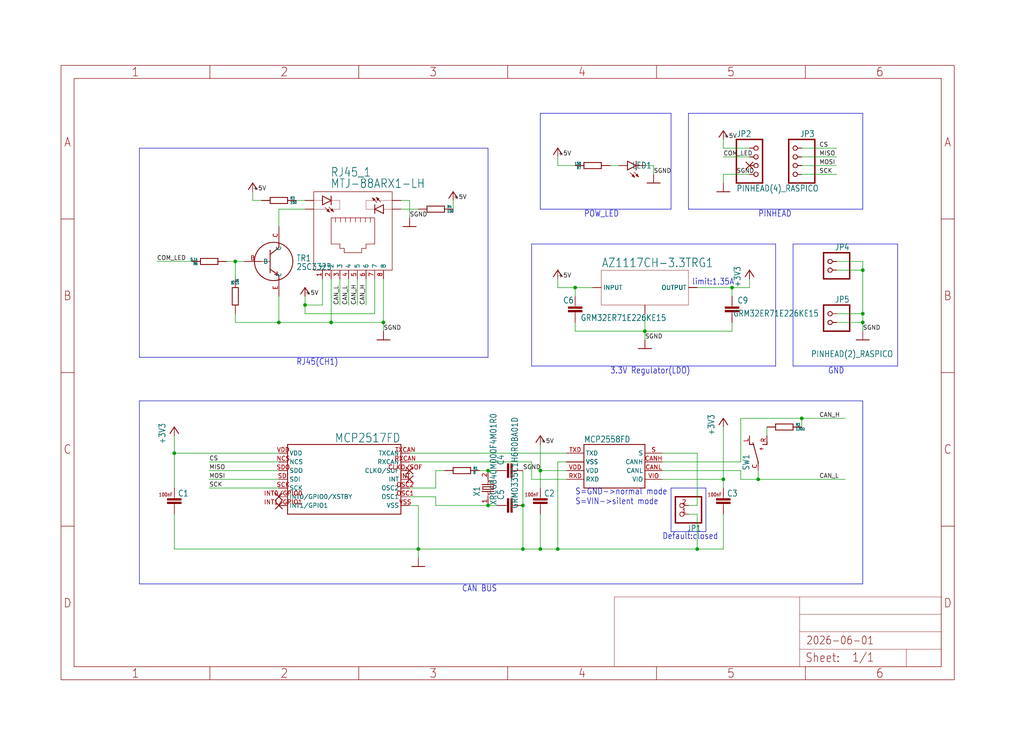
<source format=kicad_sch>
(kicad_sch (version 20230121) (generator eeschema)
  (paper "User" 298.45 217.17)
  (lib_symbols
    (symbol "CANFD_module-eagle-import:+3V3" (power)
      (property "Value" "+3V3" (at -2.54 -5.08 90))
      (symbol "+3V3_1_0"
        (polyline (pts (xy 0 0) (xy -1.27 -1.905)) (stroke (width 0.254)))
        (polyline (pts (xy 1.27 -1.905) (xy 0 0)) (stroke (width 0.254)))
        (pin power_in line (at 0 -2.54 90) (length 2.54) (name "+3V3") (number "1"))
      )
    )
    (symbol "CANFD_module-eagle-import:+5V" (power)
      (property "Value" "+5V" (at -2.54 -5.08 90))
      (symbol "+5V_1_0"
        (polyline (pts (xy 0 0) (xy -1.27 -1.905)) (stroke (width 0.254)))
        (polyline (pts (xy 1.27 -1.905) (xy 0 0)) (stroke (width 0.254)))
        (pin power_in line (at 0 -2.54 90) (length 2.54) (name "+5V") (number "1"))
      )
    )
    (symbol "CANFD_module-eagle-import:2SC3325"
      (property "Reference" "TR" (at 7.62 0 0))
      (symbol "2SC3325_1_0"
        (polyline (pts (xy -2.54 0) (xy 0 0)) (stroke (width 0.1524)))
        (polyline (pts (xy 0 -2.286) (xy 0 -3.302)) (stroke (width 0.254)))
        (polyline (pts (xy 0 -2.286) (xy 2.54 -4.064)) (stroke (width 0.254)))
        (polyline (pts (xy 0 2.032) (xy 0 -2.286)) (stroke (width 0.254)))
        (polyline (pts (xy 0 2.032) (xy 2.54 4.064)) (stroke (width 0.254)))
        (polyline (pts (xy 0 3.302) (xy 0 2.032)) (stroke (width 0.254)))
        (polyline (pts (xy 2.032 -3.81) (xy 1.27 -3.81)) (stroke (width 0.254)))
        (polyline (pts (xy 2.032 -3.81) (xy 2.032 -3.048)) (stroke (width 0.254)))
        (polyline (pts (xy 2.54 -4.064) (xy 2.54 -5.334)) (stroke (width 0.254)))
        (polyline (pts (xy 2.54 4.064) (xy 2.54 5.334)) (stroke (width 0.254)))
        (circle (center 1.016 0) (radius 5.588) (stroke (width 0.254)))
        (pin bidirectional line (at -7.62 0 0) (length 5.08) (name "B") (number "B"))
        (pin bidirectional line (at 2.54 10.16 270) (length 5.08) (name "C") (number "C"))
        (pin bidirectional line (at 2.54 -10.16 90) (length 5.08) (name "E") (number "E"))
      )
    )
    (symbol "CANFD_module-eagle-import:A4L-LOC"
      (symbol "A4L-LOC_1_0"
        (polyline (pts (xy 0 44.7675) (xy 3.81 44.7675)))
        (polyline (pts (xy 0 89.535) (xy 3.81 89.535)))
        (polyline (pts (xy 0 134.3025) (xy 3.81 134.3025)))
        (polyline (pts (xy 3.81 3.81) (xy 3.81 175.26)))
        (polyline (pts (xy 43.3917 0) (xy 43.3917 3.81)))
        (polyline (pts (xy 43.3917 175.26) (xy 43.3917 179.07)))
        (polyline (pts (xy 86.7833 0) (xy 86.7833 3.81)))
        (polyline (pts (xy 86.7833 175.26) (xy 86.7833 179.07)))
        (polyline (pts (xy 130.175 0) (xy 130.175 3.81)))
        (polyline (pts (xy 130.175 175.26) (xy 130.175 179.07)))
        (polyline (pts (xy 161.29 3.81) (xy 161.29 24.13)) (stroke (width 0.1016)))
        (polyline (pts (xy 161.29 24.13) (xy 215.265 24.13)) (stroke (width 0.1016)))
        (polyline (pts (xy 173.5667 0) (xy 173.5667 3.81)))
        (polyline (pts (xy 173.5667 175.26) (xy 173.5667 179.07)))
        (polyline (pts (xy 215.265 8.89) (xy 215.265 3.81)) (stroke (width 0.1016)))
        (polyline (pts (xy 215.265 8.89) (xy 215.265 13.97)) (stroke (width 0.1016)))
        (polyline (pts (xy 215.265 13.97) (xy 215.265 19.05)) (stroke (width 0.1016)))
        (polyline (pts (xy 215.265 13.97) (xy 256.54 13.97)) (stroke (width 0.1016)))
        (polyline (pts (xy 215.265 19.05) (xy 215.265 24.13)) (stroke (width 0.1016)))
        (polyline (pts (xy 215.265 19.05) (xy 256.54 19.05)) (stroke (width 0.1016)))
        (polyline (pts (xy 215.265 24.13) (xy 256.54 24.13)) (stroke (width 0.1016)))
        (polyline (pts (xy 216.9583 0) (xy 216.9583 3.81)))
        (polyline (pts (xy 216.9583 175.26) (xy 216.9583 179.07)))
        (polyline (pts (xy 246.38 3.81) (xy 246.38 8.89)) (stroke (width 0.1016)))
        (polyline (pts (xy 246.38 8.89) (xy 215.265 8.89)) (stroke (width 0.1016)))
        (polyline (pts (xy 246.38 8.89) (xy 256.54 8.89)) (stroke (width 0.1016)))
        (polyline (pts (xy 256.54 3.81) (xy 3.81 3.81)))
        (polyline (pts (xy 256.54 3.81) (xy 256.54 8.89)) (stroke (width 0.1016)))
        (polyline (pts (xy 256.54 3.81) (xy 256.54 175.26)))
        (polyline (pts (xy 256.54 8.89) (xy 256.54 13.97)) (stroke (width 0.1016)))
        (polyline (pts (xy 256.54 13.97) (xy 256.54 19.05)) (stroke (width 0.1016)))
        (polyline (pts (xy 256.54 19.05) (xy 256.54 24.13)) (stroke (width 0.1016)))
        (polyline (pts (xy 256.54 44.7675) (xy 260.35 44.7675)))
        (polyline (pts (xy 256.54 89.535) (xy 260.35 89.535)))
        (polyline (pts (xy 256.54 134.3025) (xy 260.35 134.3025)))
        (polyline (pts (xy 256.54 175.26) (xy 3.81 175.26)))
        (polyline (pts (xy 0 0) (xy 260.35 0) (xy 260.35 179.07) (xy 0 179.07) (xy 0 0)))
        (text "${#}/${##}" (at 230.505 5.08 0) (effects (font (size 2.54 2.159)) (justify left bottom)))
        (text "${CURRENT_DATE}" (at 217.17 10.16 0) (effects (font (size 2.286 1.9431)) (justify left bottom)))
        (text "${PROJECTNAME}" (at 217.17 15.24 0) (effects (font (size 2.54 2.159)) (justify left bottom)))
        (text "1" (at 21.6958 1.905 0) (effects (font (size 2.54 2.286))))
        (text "1" (at 21.6958 177.165 0) (effects (font (size 2.54 2.286))))
        (text "2" (at 65.0875 1.905 0) (effects (font (size 2.54 2.286))))
        (text "2" (at 65.0875 177.165 0) (effects (font (size 2.54 2.286))))
        (text "3" (at 108.4792 1.905 0) (effects (font (size 2.54 2.286))))
        (text "3" (at 108.4792 177.165 0) (effects (font (size 2.54 2.286))))
        (text "4" (at 151.8708 1.905 0) (effects (font (size 2.54 2.286))))
        (text "4" (at 151.8708 177.165 0) (effects (font (size 2.54 2.286))))
        (text "5" (at 195.2625 1.905 0) (effects (font (size 2.54 2.286))))
        (text "5" (at 195.2625 177.165 0) (effects (font (size 2.54 2.286))))
        (text "6" (at 238.6542 1.905 0) (effects (font (size 2.54 2.286))))
        (text "6" (at 238.6542 177.165 0) (effects (font (size 2.54 2.286))))
        (text "A" (at 1.905 156.6863 0) (effects (font (size 2.54 2.286))))
        (text "A" (at 258.445 156.6863 0) (effects (font (size 2.54 2.286))))
        (text "B" (at 1.905 111.9188 0) (effects (font (size 2.54 2.286))))
        (text "B" (at 258.445 111.9188 0) (effects (font (size 2.54 2.286))))
        (text "C" (at 1.905 67.1513 0) (effects (font (size 2.54 2.286))))
        (text "C" (at 258.445 67.1513 0) (effects (font (size 2.54 2.286))))
        (text "D" (at 1.905 22.3838 0) (effects (font (size 2.54 2.286))))
        (text "D" (at 258.445 22.3838 0) (effects (font (size 2.54 2.286))))
        (text "Sheet:" (at 216.916 4.953 0) (effects (font (size 2.54 2.159)) (justify left bottom)))
      )
    )
    (symbol "CANFD_module-eagle-import:AZ1117CH-3.3TRG1"
      (symbol "AZ1117CH-3.3TRG1_1_0"
        (polyline (pts (xy 0 0) (xy 25.4 0)) (stroke (width 0.1)))
        (polyline (pts (xy 0 10.16) (xy 0 0)) (stroke (width 0.1)))
        (polyline (pts (xy 25.4 0) (xy 25.4 10.16)) (stroke (width 0.1)))
        (polyline (pts (xy 25.4 10.16) (xy 0 10.16)) (stroke (width 0.1)))
        (pin bidirectional line (at 12.7 -2.54 90) (length 2.54) (name "GND") (number "GND"))
        (pin bidirectional line (at -2.54 5.08 0) (length 2.54) (name "INPUT") (number "INPUT"))
        (pin bidirectional line (at 27.94 5.08 180) (length 2.54) (name "OUTPUT") (number "OUTPUT"))
        (pin bidirectional line (at 27.94 5.08 180) (length 2.54) (name "OUTPUT") (number "VOUT"))
      )
    )
    (symbol "CANFD_module-eagle-import:CR0603"
      (property "Reference" "R" (at 3.302 0.254 0))
      (symbol "CR0603_1_0"
        (polyline (pts (xy -5.08 0) (xy -2.54 0)) (stroke (width 0.1524)))
        (polyline (pts (xy -2.54 -0.889) (xy -2.54 0)) (stroke (width 0.254)))
        (polyline (pts (xy -2.54 -0.889) (xy 2.54 -0.889)) (stroke (width 0.254)))
        (polyline (pts (xy -2.54 0) (xy -2.54 0.889)) (stroke (width 0.254)))
        (polyline (pts (xy 2.54 -0.889) (xy 2.54 0)) (stroke (width 0.254)))
        (polyline (pts (xy 2.54 0) (xy 2.54 0.889)) (stroke (width 0.254)))
        (polyline (pts (xy 2.54 0) (xy 5.08 0)) (stroke (width 0.1524)))
        (polyline (pts (xy 2.54 0.889) (xy -2.54 0.889)) (stroke (width 0.254)))
        (pin bidirectional line (at -5.08 0 0) (length 2.54) (name "LEFT") (number "LEFT"))
        (pin bidirectional line (at 5.08 0 180) (length 2.54) (name "RIGHT") (number "RIGHT"))
      )
    )
    (symbol "CANFD_module-eagle-import:GCM188L81H104KA57"
      (property "Reference" "C" (at 1.016 0 0))
      (symbol "GCM188L81H104KA57_1_0"
        (rectangle (start -2.032 -2.032) (end 2.032 -1.524) (fill (type outline)))
        (rectangle (start -2.032 -1.016) (end 2.032 -0.508) (fill (type outline)))
        (polyline (pts (xy 0 -5.08) (xy 0 -2.032)) (stroke (width 0.1524)))
        (polyline (pts (xy 0 -0.508) (xy 0 2.54)) (stroke (width 0.1524)))
        (text "100nF" (at -4.572 0 0) (effects (font (size 1.016 0.8636)) (justify left bottom)))
        (pin bidirectional line (at 0 2.54 270) (length 2.54) (name "P$1") (number "P$1"))
        (pin bidirectional line (at 0 -5.08 90) (length 2.54) (name "P$2") (number "P$2"))
      )
    )
    (symbol "CANFD_module-eagle-import:GND" (power)
      (property "Value" "GND" (at -2.54 -2.54 0))
      (symbol "GND_1_0"
        (polyline (pts (xy -1.905 0) (xy 1.905 0)) (stroke (width 0.254)))
        (pin power_in line (at 0 2.54 270) (length 2.54) (name "GND") (number "1"))
      )
    )
    (symbol "CANFD_module-eagle-import:GRM0335C1H6R0BA01D"
      (property "Reference" "C" (at 1.524 0.381 0))
      (symbol "GRM0335C1H6R0BA01D_1_0"
        (rectangle (start -2.032 -2.032) (end 2.032 -1.524) (fill (type outline)))
        (rectangle (start -2.032 -1.016) (end 2.032 -0.508) (fill (type outline)))
        (polyline (pts (xy 0 -2.54) (xy 0 -2.032)) (stroke (width 0.1524)))
        (polyline (pts (xy 0 0) (xy 0 -0.508)) (stroke (width 0.1524)))
        (pin passive line (at 0 2.54 270) (length 2.54) (name "1") (number "1"))
        (pin passive line (at 0 -5.08 90) (length 2.54) (name "2") (number "2"))
      )
    )
    (symbol "CANFD_module-eagle-import:GRM32ER71E226KE15"
      (property "Reference" "C" (at 1.524 0.381 0))
      (symbol "GRM32ER71E226KE15_1_0"
        (rectangle (start -2.032 -2.032) (end 2.032 -1.524) (fill (type outline)))
        (rectangle (start -2.032 -1.016) (end 2.032 -0.508) (fill (type outline)))
        (polyline (pts (xy 0 -2.54) (xy 0 -2.032)) (stroke (width 0.1524)))
        (polyline (pts (xy 0 0) (xy 0 -0.508)) (stroke (width 0.1524)))
        (pin passive line (at 0 2.54 270) (length 2.54) (name "1") (number "L"))
        (pin passive line (at 0 -5.08 90) (length 2.54) (name "2") (number "R"))
      )
    )
    (symbol "CANFD_module-eagle-import:MCP2517FD"
      (symbol "MCP2517FD_1_0"
        (polyline (pts (xy 0 0) (xy 0 20.32)) (stroke (width 0.254)))
        (polyline (pts (xy 0 20.32) (xy 33.02 20.32)) (stroke (width 0.254)))
        (polyline (pts (xy 33.02 0) (xy 0 0)) (stroke (width 0.254)))
        (polyline (pts (xy 33.02 20.32) (xy 33.02 0)) (stroke (width 0.254)))
        (pin bidirectional line (at -2.54 12.7 0) (length 2.54) (name "CLKO/SOF") (number "CLKO/SOF"))
        (pin bidirectional line (at -2.54 10.16 0) (length 2.54) (name "INT") (number "INT"))
        (pin bidirectional line (at 35.56 5.08 180) (length 2.54) (name "INT0/GPIO0/XSTBY") (number "INT0/GPIO0"))
        (pin bidirectional line (at 35.56 2.54 180) (length 2.54) (name "INT1/GPIO1") (number "INT1/GPIO1"))
        (pin bidirectional line (at 35.56 15.24 180) (length 2.54) (name "NCS") (number "NCS"))
        (pin bidirectional line (at -2.54 5.08 0) (length 2.54) (name "OSC1") (number "OSC1"))
        (pin bidirectional line (at -2.54 7.62 0) (length 2.54) (name "OSC2") (number "OSC2"))
        (pin bidirectional line (at -2.54 15.24 0) (length 2.54) (name "RXCAN") (number "RXCAN"))
        (pin bidirectional line (at 35.56 7.62 180) (length 2.54) (name "SCK") (number "SCK"))
        (pin bidirectional line (at 35.56 10.16 180) (length 2.54) (name "SDI") (number "SDI"))
        (pin bidirectional line (at 35.56 12.7 180) (length 2.54) (name "SDO") (number "SDO"))
        (pin bidirectional line (at -2.54 17.78 0) (length 2.54) (name "TXCAN") (number "TXCAN"))
        (pin bidirectional line (at 35.56 17.78 180) (length 2.54) (name "VDD") (number "VDD"))
        (pin bidirectional line (at -2.54 2.54 0) (length 2.54) (name "VSS") (number "VSS"))
      )
    )
    (symbol "CANFD_module-eagle-import:MCP2558FD"
      (symbol "MCP2558FD_1_0"
        (polyline (pts (xy 0 0) (xy 17.78 0)) (stroke (width 0.254)))
        (polyline (pts (xy 0 12.7) (xy 0 0)) (stroke (width 0.254)))
        (polyline (pts (xy 17.78 0) (xy 17.78 12.7)) (stroke (width 0.254)))
        (polyline (pts (xy 17.78 12.7) (xy 0 12.7)) (stroke (width 0.254)))
        (pin bidirectional line (at 22.86 7.62 180) (length 5.08) (name "CANH") (number "CANH"))
        (pin bidirectional line (at 22.86 5.08 180) (length 5.08) (name "CANL") (number "CANL"))
        (pin bidirectional line (at -5.08 7.62 0) (length 5.08) (name "VSS") (number "EP"))
        (pin bidirectional line (at -5.08 2.54 0) (length 5.08) (name "RXD") (number "RXD"))
        (pin bidirectional line (at 22.86 10.16 180) (length 5.08) (name "S") (number "S"))
        (pin bidirectional line (at -5.08 10.16 0) (length 5.08) (name "TXD") (number "TXD"))
        (pin bidirectional line (at -5.08 5.08 0) (length 5.08) (name "VDD") (number "VDD"))
        (pin bidirectional line (at 22.86 2.54 180) (length 5.08) (name "VIO") (number "VIO"))
        (pin bidirectional line (at -5.08 7.62 0) (length 5.08) (name "VSS") (number "VSS"))
      )
    )
    (symbol "CANFD_module-eagle-import:MTJ-88ARX1-LH"
      (property "Reference" "RJ45_" (at 4.826 27.178 0))
      (symbol "MTJ-88ARX1-LH_1_0"
        (polyline (pts (xy 0 0) (xy 22.86 0)) (stroke (width 0.1524)))
        (polyline (pts (xy 0 17.78) (xy 0 0)) (stroke (width 0.1524)))
        (polyline (pts (xy 0 17.78) (xy 7.62 17.78)) (stroke (width 0.0762)))
        (polyline (pts (xy 0 20.32) (xy 0 17.78)) (stroke (width 0.1524)))
        (polyline (pts (xy 0 20.32) (xy 2.54 20.32)) (stroke (width 0.0762)))
        (polyline (pts (xy 0 22.86) (xy 0 20.32)) (stroke (width 0.1524)))
        (polyline (pts (xy 2.54 20.32) (xy 2.54 19.05)) (stroke (width 0.254)))
        (polyline (pts (xy 2.54 21.59) (xy 2.54 20.32)) (stroke (width 0.254)))
        (polyline (pts (xy 2.54 21.59) (xy 5.08 20.32)) (stroke (width 0.254)))
        (polyline (pts (xy 3.302 18.288) (xy 4.699 16.891)) (stroke (width 0.1524)))
        (polyline (pts (xy 4.445 18.415) (xy 5.842 17.018)) (stroke (width 0.1524)))
        (polyline (pts (xy 5.08 7.62) (xy 7.62 7.62)) (stroke (width 0.1524)))
        (polyline (pts (xy 5.08 15.24) (xy 5.08 7.62)) (stroke (width 0.1524)))
        (polyline (pts (xy 5.08 20.32) (xy 2.54 19.05)) (stroke (width 0.254)))
        (polyline (pts (xy 5.08 20.32) (xy 5.08 19.05)) (stroke (width 0.254)))
        (polyline (pts (xy 5.08 21.59) (xy 5.08 20.32)) (stroke (width 0.254)))
        (polyline (pts (xy 6.35 15.24) (xy 5.08 15.24)) (stroke (width 0.1524)))
        (polyline (pts (xy 6.35 15.24) (xy 6.35 13.97)) (stroke (width 0.1524)))
        (polyline (pts (xy 7.62 6.35) (xy 8.89 6.35)) (stroke (width 0.1524)))
        (polyline (pts (xy 7.62 7.62) (xy 7.62 6.35)) (stroke (width 0.1524)))
        (polyline (pts (xy 7.62 17.78) (xy 7.62 20.32)) (stroke (width 0.0762)))
        (polyline (pts (xy 7.62 20.32) (xy 5.08 20.32)) (stroke (width 0.0762)))
        (polyline (pts (xy 7.8014 15.24) (xy 6.35 15.24)) (stroke (width 0.1524)))
        (polyline (pts (xy 7.8014 15.24) (xy 7.8014 13.97)) (stroke (width 0.1524)))
        (polyline (pts (xy 8.89 5.08) (xy 13.97 5.08)) (stroke (width 0.1524)))
        (polyline (pts (xy 8.89 6.35) (xy 8.89 5.08)) (stroke (width 0.1524)))
        (polyline (pts (xy 9.2528 15.24) (xy 7.8014 15.24)) (stroke (width 0.1524)))
        (polyline (pts (xy 9.2528 15.24) (xy 9.2528 13.97)) (stroke (width 0.1524)))
        (polyline (pts (xy 10.7042 15.24) (xy 9.2528 15.24)) (stroke (width 0.1524)))
        (polyline (pts (xy 10.7042 15.24) (xy 10.7042 13.97)) (stroke (width 0.1524)))
        (polyline (pts (xy 12.1557 15.24) (xy 10.7042 15.24)) (stroke (width 0.1524)))
        (polyline (pts (xy 12.1557 15.24) (xy 12.1557 13.97)) (stroke (width 0.1524)))
        (polyline (pts (xy 13.6071 15.24) (xy 12.1557 15.24)) (stroke (width 0.1524)))
        (polyline (pts (xy 13.6071 15.24) (xy 13.6071 13.97)) (stroke (width 0.1524)))
        (polyline (pts (xy 13.97 5.08) (xy 13.97 6.35)) (stroke (width 0.1524)))
        (polyline (pts (xy 13.97 6.35) (xy 15.24 6.35)) (stroke (width 0.1524)))
        (polyline (pts (xy 15.0585 15.24) (xy 13.6071 15.24)) (stroke (width 0.1524)))
        (polyline (pts (xy 15.0585 15.24) (xy 15.0585 13.97)) (stroke (width 0.1524)))
        (polyline (pts (xy 15.24 6.35) (xy 15.24 7.62)) (stroke (width 0.1524)))
        (polyline (pts (xy 15.24 7.62) (xy 17.78 7.62)) (stroke (width 0.1524)))
        (polyline (pts (xy 15.24 17.78) (xy 15.24 20.32)) (stroke (width 0.0762)))
        (polyline (pts (xy 15.24 20.32) (xy 22.86 20.32)) (stroke (width 0.0762)))
        (polyline (pts (xy 16.51 15.24) (xy 15.0585 15.24)) (stroke (width 0.1524)))
        (polyline (pts (xy 16.51 15.24) (xy 16.51 13.97)) (stroke (width 0.1524)))
        (polyline (pts (xy 17.78 7.62) (xy 17.78 15.24)) (stroke (width 0.1524)))
        (polyline (pts (xy 17.78 15.24) (xy 16.51 15.24)) (stroke (width 0.1524)))
        (polyline (pts (xy 17.78 16.51) (xy 17.78 17.78)) (stroke (width 0.254)))
        (polyline (pts (xy 17.78 17.78) (xy 15.24 17.78)) (stroke (width 0.0762)))
        (polyline (pts (xy 17.78 17.78) (xy 17.78 19.05)) (stroke (width 0.254)))
        (polyline (pts (xy 17.78 17.78) (xy 20.32 19.05)) (stroke (width 0.254)))
        (polyline (pts (xy 18.415 19.685) (xy 17.018 21.082)) (stroke (width 0.1524)))
        (polyline (pts (xy 19.558 19.812) (xy 18.161 21.209)) (stroke (width 0.1524)))
        (polyline (pts (xy 20.32 16.51) (xy 17.78 17.78)) (stroke (width 0.254)))
        (polyline (pts (xy 20.32 16.51) (xy 20.32 17.78)) (stroke (width 0.254)))
        (polyline (pts (xy 20.32 17.78) (xy 20.32 19.05)) (stroke (width 0.254)))
        (polyline (pts (xy 22.86 0) (xy 22.86 17.78)) (stroke (width 0.1524)))
        (polyline (pts (xy 22.86 17.78) (xy 20.32 17.78)) (stroke (width 0.0762)))
        (polyline (pts (xy 22.86 17.78) (xy 22.86 20.32)) (stroke (width 0.1524)))
        (polyline (pts (xy 22.86 20.32) (xy 22.86 22.86)) (stroke (width 0.1524)))
        (polyline (pts (xy 22.86 22.86) (xy 0 22.86)) (stroke (width 0.1524)))
        (polyline (pts (xy 4.699 16.891) (xy 3.81 17.272) (xy 4.318 17.78)) (stroke (width 0.1524)) (fill (type outline)))
        (polyline (pts (xy 5.842 17.018) (xy 4.953 17.399) (xy 5.461 17.907)) (stroke (width 0.1524)) (fill (type outline)))
        (polyline (pts (xy 17.018 21.082) (xy 17.907 20.701) (xy 17.399 20.193)) (stroke (width 0.1524)) (fill (type outline)))
        (polyline (pts (xy 18.161 21.209) (xy 19.05 20.828) (xy 18.542 20.32)) (stroke (width 0.1524)) (fill (type outline)))
        (pin bidirectional line (at 2.54 -2.54 90) (length 2.54) (name "1") (number "1"))
        (pin bidirectional line (at 5.08 -2.54 90) (length 2.54) (name "2") (number "2"))
        (pin bidirectional line (at 7.62 -2.54 90) (length 2.54) (name "3") (number "3"))
        (pin bidirectional line (at 10.16 -2.54 90) (length 2.54) (name "4") (number "4"))
        (pin bidirectional line (at 12.7 -2.54 90) (length 2.54) (name "5") (number "5"))
        (pin bidirectional line (at 15.24 -2.54 90) (length 2.54) (name "6") (number "6"))
        (pin bidirectional line (at 17.78 -2.54 90) (length 2.54) (name "7") (number "7"))
        (pin bidirectional line (at 20.32 -2.54 90) (length 2.54) (name "8") (number "8"))
        (pin bidirectional line (at -2.54 20.32 0) (length 2.54) (name "LED1_A") (number "LED1_A"))
        (pin bidirectional line (at -2.54 17.78 0) (length 2.54) (name "LED1_K") (number "LED1_K"))
        (pin bidirectional line (at 25.4 17.78 180) (length 2.54) (name "LED2_A") (number "LED2_A"))
        (pin bidirectional line (at 25.4 20.32 180) (length 2.54) (name "LED2_K") (number "LED2_K"))
      )
    )
    (symbol "CANFD_module-eagle-import:NC"
      (symbol "NC_1_0"
        (polyline (pts (xy -1.016 -1.016) (xy 1.016 1.016)) (stroke (width 0.254)))
        (polyline (pts (xy -1.016 1.016) (xy 1.016 -1.016)) (stroke (width 0.254)))
      )
    )
    (symbol "CANFD_module-eagle-import:PINHD-1X2"
      (property "Reference" "JP" (at -6.35 5.715 0))
      (symbol "PINHD-1X2_1_0"
        (polyline (pts (xy -6.35 -2.54) (xy 1.27 -2.54)) (stroke (width 0.4064)))
        (polyline (pts (xy -6.35 5.08) (xy -6.35 -2.54)) (stroke (width 0.4064)))
        (polyline (pts (xy 1.27 -2.54) (xy 1.27 5.08)) (stroke (width 0.4064)))
        (polyline (pts (xy 1.27 5.08) (xy -6.35 5.08)) (stroke (width 0.4064)))
        (pin passive inverted (at -2.54 2.54 0) (length 2.54) (name "1") (number "1"))
        (pin passive inverted (at -2.54 0 0) (length 2.54) (name "2") (number "2"))
      )
    )
    (symbol "CANFD_module-eagle-import:PINHEAD(2)_RASPICO"
      (property "Reference" "JP" (at -6.35 5.715 0))
      (symbol "PINHEAD(2)_RASPICO_1_0"
        (polyline (pts (xy -6.35 -2.54) (xy 1.27 -2.54)) (stroke (width 0.4064)))
        (polyline (pts (xy -6.35 5.08) (xy -6.35 -2.54)) (stroke (width 0.4064)))
        (polyline (pts (xy 1.27 -2.54) (xy 1.27 5.08)) (stroke (width 0.4064)))
        (polyline (pts (xy 1.27 5.08) (xy -6.35 5.08)) (stroke (width 0.4064)))
        (pin passive inverted (at -2.54 2.54 0) (length 2.54) (name "1") (number "PIN1"))
        (pin passive inverted (at -2.54 2.54 0) (length 2.54) (name "1") (number "PIN1_"))
        (pin passive inverted (at -2.54 0 0) (length 2.54) (name "2") (number "PIN2"))
        (pin passive inverted (at -2.54 0 0) (length 2.54) (name "2") (number "PIN2_"))
      )
    )
    (symbol "CANFD_module-eagle-import:PINHEAD(4)_RASPICO"
      (property "Reference" "JP" (at -6.35 8.255 0))
      (symbol "PINHEAD(4)_RASPICO_1_0"
        (polyline (pts (xy -6.35 -5.08) (xy 1.27 -5.08)) (stroke (width 0.4064)))
        (polyline (pts (xy -6.35 7.62) (xy -6.35 -5.08)) (stroke (width 0.4064)))
        (polyline (pts (xy 1.27 -5.08) (xy 1.27 7.62)) (stroke (width 0.4064)))
        (polyline (pts (xy 1.27 7.62) (xy -6.35 7.62)) (stroke (width 0.4064)))
        (pin passive inverted (at -2.54 5.08 0) (length 2.54) (name "1") (number "PIN1"))
        (pin passive inverted (at -2.54 5.08 0) (length 2.54) (name "1") (number "PIN1_"))
        (pin passive inverted (at -2.54 2.54 0) (length 2.54) (name "2") (number "PIN2"))
        (pin passive inverted (at -2.54 2.54 0) (length 2.54) (name "2") (number "PIN2_"))
        (pin passive inverted (at -2.54 0 0) (length 2.54) (name "3") (number "PIN3"))
        (pin passive inverted (at -2.54 0 0) (length 2.54) (name "3") (number "PIN3_"))
        (pin passive inverted (at -2.54 -2.54 0) (length 2.54) (name "4") (number "PIN4"))
        (pin passive inverted (at -2.54 -2.54 0) (length 2.54) (name "4") (number "PIN4_"))
      )
    )
    (symbol "CANFD_module-eagle-import:SML-E12V8WT86"
      (property "Reference" "LED" (at 3.556 -4.572 90))
      (symbol "SML-E12V8WT86_1_0"
        (polyline (pts (xy -2.032 -0.762) (xy -3.429 -2.159)) (stroke (width 0.1524)))
        (polyline (pts (xy -1.905 -1.905) (xy -3.302 -3.302)) (stroke (width 0.1524)))
        (polyline (pts (xy 0 -2.54) (xy -1.27 -2.54)) (stroke (width 0.254)))
        (polyline (pts (xy 0 -2.54) (xy -1.27 0)) (stroke (width 0.254)))
        (polyline (pts (xy 0 0) (xy -1.27 0)) (stroke (width 0.254)))
        (polyline (pts (xy 1.27 -2.54) (xy 0 -2.54)) (stroke (width 0.254)))
        (polyline (pts (xy 1.27 0) (xy 0 -2.54)) (stroke (width 0.254)))
        (polyline (pts (xy 1.27 0) (xy 0 0)) (stroke (width 0.254)))
        (polyline (pts (xy -3.429 -2.159) (xy -3.048 -1.27) (xy -2.54 -1.778)) (stroke (width 0.1524)) (fill (type outline)))
        (polyline (pts (xy -3.302 -3.302) (xy -2.921 -2.413) (xy -2.413 -2.921)) (stroke (width 0.1524)) (fill (type outline)))
        (pin passive line (at 0 2.54 270) (length 2.54) (name "A") (number "A"))
        (pin passive line (at 0 -5.08 90) (length 2.54) (name "C") (number "K"))
      )
    )
    (symbol "CANFD_module-eagle-import:SS-12SDP2"
      (property "Reference" "SW" (at 5.08 -2.54 90))
      (symbol "SS-12SDP2_1_0"
        (polyline (pts (xy -2.54 2.54) (xy -2.54 3.175)) (stroke (width 0.254)))
        (polyline (pts (xy -2.54 2.54) (xy -1.27 2.54)) (stroke (width 0.254)))
        (polyline (pts (xy 0 -3.175) (xy 0 -2.54)) (stroke (width 0.254)))
        (polyline (pts (xy 0 -2.54) (xy -1.524 3.048)) (stroke (width 0.254)))
        (polyline (pts (xy 0.508 1.27) (xy 1.016 1.016)) (stroke (width 0.1524)))
        (polyline (pts (xy 0.508 1.27) (xy 1.016 1.524)) (stroke (width 0.1524)))
        (polyline (pts (xy 0.508 1.27) (xy 1.524 1.27)) (stroke (width 0.1524)))
        (polyline (pts (xy 1.27 2.54) (xy 2.54 2.54)) (stroke (width 0.254)))
        (polyline (pts (xy 2.54 2.54) (xy 2.54 3.175)) (stroke (width 0.254)))
        (pin passive line (at 0 -5.08 90) (length 2.54) (name "C") (number "C"))
        (pin passive line (at -2.54 5.08 270) (length 2.54) (name "L") (number "L"))
        (pin passive line (at 2.54 5.08 270) (length 2.54) (name "R") (number "R"))
      )
    )
    (symbol "CANFD_module-eagle-import:XRCGB40M000F4M01R0"
      (property "Reference" "X" (at -2.54 2.286 0))
      (symbol "XRCGB40M000F4M01R0_1_0"
        (polyline (pts (xy -2.54 0) (xy -1.016 0)) (stroke (width 0.1524)))
        (polyline (pts (xy -1.016 1.778) (xy -1.016 -1.778)) (stroke (width 0.254)))
        (polyline (pts (xy -0.381 -1.524) (xy 0.381 -1.524)) (stroke (width 0.254)))
        (polyline (pts (xy -0.381 1.524) (xy -0.381 -1.524)) (stroke (width 0.254)))
        (polyline (pts (xy 0.381 -1.524) (xy 0.381 1.524)) (stroke (width 0.254)))
        (polyline (pts (xy 0.381 1.524) (xy -0.381 1.524)) (stroke (width 0.254)))
        (polyline (pts (xy 1.016 0) (xy 2.54 0)) (stroke (width 0.1524)))
        (polyline (pts (xy 1.016 1.778) (xy 1.016 -1.778)) (stroke (width 0.254)))
        (text "1" (at -2.159 -1.143 0) (effects (font (size 0.8636 0.734)) (justify left bottom)))
        (text "2" (at 1.524 -1.143 0) (effects (font (size 0.8636 0.734)) (justify left bottom)))
        (pin passive line (at -5.08 0 0) (length 2.54) (name "1") (number "1"))
        (pin passive line (at 5.08 0 180) (length 2.54) (name "2") (number "2"))
      )
    )
  )
  (junction (at 152.4 147.32))
  (junction (at 111.76 93.98))
  (junction (at 142.24 147.32))
  (junction (at 50.8 132.08))
  (junction (at 251.46 93.98))
  (junction (at 142.24 137.16))
  (junction (at 81.28 93.98))
  (junction (at 213.36 83.82))
  (junction (at 157.48 160.02))
  (junction (at 152.4 160.02))
  (junction (at 203.2 160.02))
  (junction (at 251.46 78.74))
  (junction (at 121.92 160.02))
  (junction (at 68.58 76.2))
  (junction (at 220.98 139.7))
  (junction (at 251.46 91.44))
  (junction (at 88.9 88.9))
  (junction (at 187.96 96.52))
  (junction (at 210.82 139.7))
  (junction (at 96.52 93.98))
  (junction (at 157.48 137.16))
  (junction (at 233.68 121.92))
  (junction (at 162.56 160.02))
  (junction (at 167.64 83.82))
  (wire (pts (xy 193.04 139.7) (xy 210.82 139.7)) (stroke (width 0.1524)))
  (wire (pts (xy 119.38 132.08) (xy 165.1 132.08)) (stroke (width 0.1524)))
  (wire (pts (xy 111.76 93.98) (xy 111.76 81.28)) (stroke (width 0.1524)))
  (wire (pts (xy 162.56 134.62) (xy 162.56 160.02)) (stroke (width 0.1524)))
  (wire (pts (xy 142.24 147.32) (xy 144.78 147.32)) (stroke (width 0.1524)))
  (wire (pts (xy 187.96 91.44) (xy 187.96 96.52)) (stroke (width 0.1524)))
  (wire (pts (xy 81.28 60.96) (xy 81.28 66.04)) (stroke (width 0.1524)))
  (wire (pts (xy 187.96 48.26) (xy 190.5 48.26)) (stroke (width 0.1524)))
  (wire (pts (xy 88.9 91.44) (xy 109.22 91.44)) (stroke (width 0.1524)))
  (wire (pts (xy 127 144.78) (xy 127 147.32)) (stroke (width 0.1524)))
  (polyline (pts (xy 251.46 33.02) (xy 200.66 33.02)) (stroke (width 0.1524) (type solid)))
  (wire (pts (xy 154.94 134.62) (xy 154.94 139.7)) (stroke (width 0.1524)))
  (wire (pts (xy 116.84 58.42) (xy 119.38 58.42)) (stroke (width 0.1524)))
  (wire (pts (xy 218.44 45.72) (xy 210.82 45.72)) (stroke (width 0.1524)))
  (wire (pts (xy 119.38 134.62) (xy 154.94 134.62)) (stroke (width 0.1524)))
  (wire (pts (xy 101.6 81.28) (xy 101.6 88.9)) (stroke (width 0.1524)))
  (wire (pts (xy 210.82 142.24) (xy 210.82 139.7)) (stroke (width 0.1524)))
  (wire (pts (xy 157.48 137.16) (xy 165.1 137.16)) (stroke (width 0.1524)))
  (wire (pts (xy 152.4 160.02) (xy 121.92 160.02)) (stroke (width 0.1524)))
  (wire (pts (xy 251.46 78.74) (xy 243.84 78.74)) (stroke (width 0.1524)))
  (wire (pts (xy 50.8 142.24) (xy 50.8 132.08)) (stroke (width 0.1524)))
  (wire (pts (xy 167.64 48.26) (xy 162.56 48.26)) (stroke (width 0.1524)))
  (wire (pts (xy 162.56 160.02) (xy 157.48 160.02)) (stroke (width 0.1524)))
  (wire (pts (xy 157.48 149.86) (xy 157.48 160.02)) (stroke (width 0.1524)))
  (wire (pts (xy 152.4 147.32) (xy 152.4 160.02)) (stroke (width 0.1524)))
  (wire (pts (xy 111.76 96.52) (xy 111.76 93.98)) (stroke (width 0.1524)))
  (wire (pts (xy 203.2 160.02) (xy 162.56 160.02)) (stroke (width 0.1524)))
  (wire (pts (xy 121.92 60.96) (xy 116.84 60.96)) (stroke (width 0.1524)))
  (wire (pts (xy 157.48 160.02) (xy 152.4 160.02)) (stroke (width 0.1524)))
  (wire (pts (xy 99.06 81.28) (xy 99.06 88.9)) (stroke (width 0.1524)))
  (polyline (pts (xy 142.24 104.14) (xy 142.24 43.18)) (stroke (width 0.1524) (type solid)))
  (wire (pts (xy 66.04 76.2) (xy 68.58 76.2)) (stroke (width 0.1524)))
  (wire (pts (xy 233.68 50.8) (xy 243.84 50.8)) (stroke (width 0.1524)))
  (wire (pts (xy 127 147.32) (xy 142.24 147.32)) (stroke (width 0.1524)))
  (wire (pts (xy 233.68 48.26) (xy 243.84 48.26)) (stroke (width 0.1524)))
  (wire (pts (xy 243.84 91.44) (xy 251.46 91.44)) (stroke (width 0.1524)))
  (wire (pts (xy 167.64 83.82) (xy 172.72 83.82)) (stroke (width 0.1524)))
  (wire (pts (xy 218.44 43.18) (xy 210.82 43.18)) (stroke (width 0.1524)))
  (wire (pts (xy 81.28 137.16) (xy 60.96 137.16)) (stroke (width 0.1524)))
  (wire (pts (xy 119.38 144.78) (xy 127 144.78)) (stroke (width 0.1524)))
  (wire (pts (xy 233.68 43.18) (xy 243.84 43.18)) (stroke (width 0.1524)))
  (wire (pts (xy 121.92 147.32) (xy 121.92 160.02)) (stroke (width 0.1524)))
  (polyline (pts (xy 40.64 104.14) (xy 142.24 104.14)) (stroke (width 0.1524) (type solid)))
  (wire (pts (xy 104.14 81.28) (xy 104.14 88.9)) (stroke (width 0.1524)))
  (polyline (pts (xy 157.48 33.02) (xy 157.48 60.96)) (stroke (width 0.1524) (type solid)))
  (wire (pts (xy 93.98 81.28) (xy 93.98 88.9)) (stroke (width 0.1524)))
  (polyline (pts (xy 226.06 71.12) (xy 154.94 71.12)) (stroke (width 0.1524) (type solid)))
  (polyline (pts (xy 226.06 106.68) (xy 226.06 71.12)) (stroke (width 0.1524) (type solid)))
  (polyline (pts (xy 40.64 116.84) (xy 40.64 170.18)) (stroke (width 0.1524) (type solid)))
  (wire (pts (xy 187.96 99.06) (xy 187.96 96.52)) (stroke (width 0.1524)))
  (polyline (pts (xy 251.46 60.96) (xy 251.46 33.02)) (stroke (width 0.1524) (type solid)))
  (polyline (pts (xy 261.62 106.68) (xy 261.62 71.12)) (stroke (width 0.1524) (type solid)))
  (wire (pts (xy 162.56 48.26) (xy 162.56 45.72)) (stroke (width 0.1524)))
  (wire (pts (xy 55.88 76.2) (xy 45.72 76.2)) (stroke (width 0.1524)))
  (polyline (pts (xy 200.66 33.02) (xy 200.66 60.96)) (stroke (width 0.1524) (type solid)))
  (wire (pts (xy 190.5 48.26) (xy 190.5 50.8)) (stroke (width 0.1524)))
  (wire (pts (xy 215.9 121.92) (xy 233.68 121.92)) (stroke (width 0.1524)))
  (wire (pts (xy 215.9 134.62) (xy 215.9 121.92)) (stroke (width 0.1524)))
  (wire (pts (xy 251.46 91.44) (xy 251.46 78.74)) (stroke (width 0.1524)))
  (polyline (pts (xy 251.46 116.84) (xy 40.64 116.84)) (stroke (width 0.1524) (type solid)))
  (wire (pts (xy 233.68 124.46) (xy 233.68 121.92)) (stroke (width 0.1524)))
  (wire (pts (xy 157.48 129.54) (xy 157.48 137.16)) (stroke (width 0.1524)))
  (wire (pts (xy 119.38 58.42) (xy 119.38 63.5)) (stroke (width 0.1524)))
  (polyline (pts (xy 261.62 71.12) (xy 231.14 71.12)) (stroke (width 0.1524) (type solid)))
  (wire (pts (xy 81.28 132.08) (xy 50.8 132.08)) (stroke (width 0.1524)))
  (polyline (pts (xy 195.58 60.96) (xy 195.58 33.02)) (stroke (width 0.1524) (type solid)))
  (wire (pts (xy 119.38 142.24) (xy 127 142.24)) (stroke (width 0.1524)))
  (wire (pts (xy 210.82 43.18) (xy 210.82 40.64)) (stroke (width 0.1524)))
  (wire (pts (xy 50.8 149.86) (xy 50.8 160.02)) (stroke (width 0.1524)))
  (wire (pts (xy 162.56 81.28) (xy 162.56 83.82)) (stroke (width 0.1524)))
  (wire (pts (xy 127 137.16) (xy 129.54 137.16)) (stroke (width 0.1524)))
  (polyline (pts (xy 200.66 60.96) (xy 251.46 60.96)) (stroke (width 0.1524) (type solid)))
  (wire (pts (xy 127 142.24) (xy 127 137.16)) (stroke (width 0.1524)))
  (wire (pts (xy 167.64 86.36) (xy 167.64 83.82)) (stroke (width 0.1524)))
  (wire (pts (xy 68.58 93.98) (xy 81.28 93.98)) (stroke (width 0.1524)))
  (wire (pts (xy 81.28 93.98) (xy 96.52 93.98)) (stroke (width 0.1524)))
  (polyline (pts (xy 195.58 33.02) (xy 157.48 33.02)) (stroke (width 0.1524) (type solid)))
  (wire (pts (xy 233.68 45.72) (xy 243.84 45.72)) (stroke (width 0.1524)))
  (polyline (pts (xy 154.94 71.12) (xy 154.94 106.68)) (stroke (width 0.1524) (type solid)))
  (wire (pts (xy 73.66 58.42) (xy 76.2 58.42)) (stroke (width 0.1524)))
  (wire (pts (xy 210.82 149.86) (xy 210.82 160.02)) (stroke (width 0.1524)))
  (wire (pts (xy 187.96 96.52) (xy 213.36 96.52)) (stroke (width 0.1524)))
  (wire (pts (xy 81.28 86.36) (xy 81.28 93.98)) (stroke (width 0.1524)))
  (wire (pts (xy 68.58 91.44) (xy 68.58 93.98)) (stroke (width 0.1524)))
  (wire (pts (xy 218.44 50.8) (xy 210.82 50.8)) (stroke (width 0.1524)))
  (polyline (pts (xy 231.14 71.12) (xy 231.14 106.68)) (stroke (width 0.1524) (type solid)))
  (polyline (pts (xy 40.64 170.18) (xy 251.46 170.18)) (stroke (width 0.1524) (type solid)))
  (polyline (pts (xy 195.58 142.24) (xy 195.58 154.94)) (stroke (width 0.1524) (type solid)))
  (wire (pts (xy 213.36 86.36) (xy 213.36 83.82)) (stroke (width 0.1524)))
  (wire (pts (xy 233.68 121.92) (xy 246.38 121.92)) (stroke (width 0.1524)))
  (wire (pts (xy 139.7 137.16) (xy 142.24 137.16)) (stroke (width 0.1524)))
  (wire (pts (xy 213.36 93.98) (xy 213.36 96.52)) (stroke (width 0.1524)))
  (wire (pts (xy 210.82 50.8) (xy 210.82 53.34)) (stroke (width 0.1524)))
  (wire (pts (xy 200.66 147.32) (xy 203.2 147.32)) (stroke (width 0.1524)))
  (polyline (pts (xy 205.74 154.94) (xy 205.74 142.24)) (stroke (width 0.1524) (type solid)))
  (wire (pts (xy 50.8 132.08) (xy 50.8 127)) (stroke (width 0.1524)))
  (wire (pts (xy 162.56 83.82) (xy 167.64 83.82)) (stroke (width 0.1524)))
  (wire (pts (xy 132.08 58.42) (xy 132.08 60.96)) (stroke (width 0.1524)))
  (wire (pts (xy 210.82 160.02) (xy 203.2 160.02)) (stroke (width 0.1524)))
  (wire (pts (xy 165.1 134.62) (xy 162.56 134.62)) (stroke (width 0.1524)))
  (wire (pts (xy 88.9 88.9) (xy 93.98 88.9)) (stroke (width 0.1524)))
  (wire (pts (xy 218.44 83.82) (xy 218.44 81.28)) (stroke (width 0.1524)))
  (polyline (pts (xy 205.74 142.24) (xy 195.58 142.24)) (stroke (width 0.1524) (type solid)))
  (wire (pts (xy 86.36 58.42) (xy 88.9 58.42)) (stroke (width 0.1524)))
  (wire (pts (xy 88.9 88.9) (xy 88.9 91.44)) (stroke (width 0.1524)))
  (wire (pts (xy 210.82 139.7) (xy 210.82 124.46)) (stroke (width 0.1524)))
  (wire (pts (xy 96.52 81.28) (xy 96.52 93.98)) (stroke (width 0.1524)))
  (wire (pts (xy 73.66 55.88) (xy 73.66 58.42)) (stroke (width 0.1524)))
  (polyline (pts (xy 157.48 60.96) (xy 195.58 60.96)) (stroke (width 0.1524) (type solid)))
  (wire (pts (xy 121.92 160.02) (xy 121.92 162.56)) (stroke (width 0.1524)))
  (wire (pts (xy 251.46 96.52) (xy 251.46 93.98)) (stroke (width 0.1524)))
  (wire (pts (xy 68.58 76.2) (xy 71.12 76.2)) (stroke (width 0.1524)))
  (wire (pts (xy 203.2 132.08) (xy 193.04 132.08)) (stroke (width 0.1524)))
  (wire (pts (xy 203.2 149.86) (xy 203.2 160.02)) (stroke (width 0.1524)))
  (wire (pts (xy 215.9 137.16) (xy 215.9 139.7)) (stroke (width 0.1524)))
  (wire (pts (xy 220.98 137.16) (xy 220.98 139.7)) (stroke (width 0.1524)))
  (wire (pts (xy 220.98 139.7) (xy 246.38 139.7)) (stroke (width 0.1524)))
  (wire (pts (xy 68.58 81.28) (xy 68.58 76.2)) (stroke (width 0.1524)))
  (wire (pts (xy 111.76 93.98) (xy 96.52 93.98)) (stroke (width 0.1524)))
  (wire (pts (xy 203.2 83.82) (xy 213.36 83.82)) (stroke (width 0.1524)))
  (polyline (pts (xy 154.94 106.68) (xy 226.06 106.68)) (stroke (width 0.1524) (type solid)))
  (wire (pts (xy 243.84 76.2) (xy 251.46 76.2)) (stroke (width 0.1524)))
  (wire (pts (xy 213.36 83.82) (xy 218.44 83.82)) (stroke (width 0.1524)))
  (wire (pts (xy 215.9 139.7) (xy 220.98 139.7)) (stroke (width 0.1524)))
  (wire (pts (xy 167.64 96.52) (xy 187.96 96.52)) (stroke (width 0.1524)))
  (wire (pts (xy 251.46 76.2) (xy 251.46 78.74)) (stroke (width 0.1524)))
  (polyline (pts (xy 142.24 43.18) (xy 40.64 43.18)) (stroke (width 0.1524) (type solid)))
  (wire (pts (xy 109.22 81.28) (xy 109.22 91.44)) (stroke (width 0.1524)))
  (wire (pts (xy 167.64 93.98) (xy 167.64 96.52)) (stroke (width 0.1524)))
  (wire (pts (xy 193.04 137.16) (xy 215.9 137.16)) (stroke (width 0.1524)))
  (polyline (pts (xy 40.64 43.18) (xy 40.64 104.14)) (stroke (width 0.1524) (type solid)))
  (polyline (pts (xy 251.46 170.18) (xy 251.46 116.84)) (stroke (width 0.1524) (type solid)))
  (wire (pts (xy 152.4 137.16) (xy 152.4 147.32)) (stroke (width 0.1524)))
  (wire (pts (xy 251.46 93.98) (xy 243.84 93.98)) (stroke (width 0.1524)))
  (wire (pts (xy 200.66 149.86) (xy 203.2 149.86)) (stroke (width 0.1524)))
  (wire (pts (xy 203.2 147.32) (xy 203.2 132.08)) (stroke (width 0.1524)))
  (wire (pts (xy 193.04 134.62) (xy 215.9 134.62)) (stroke (width 0.1524)))
  (wire (pts (xy 251.46 91.44) (xy 251.46 93.98)) (stroke (width 0.1524)))
  (wire (pts (xy 81.28 142.24) (xy 60.96 142.24)) (stroke (width 0.1524)))
  (wire (pts (xy 154.94 139.7) (xy 165.1 139.7)) (stroke (width 0.1524)))
  (wire (pts (xy 81.28 139.7) (xy 60.96 139.7)) (stroke (width 0.1524)))
  (wire (pts (xy 106.68 81.28) (xy 106.68 88.9)) (stroke (width 0.1524)))
  (wire (pts (xy 119.38 147.32) (xy 121.92 147.32)) (stroke (width 0.1524)))
  (wire (pts (xy 50.8 160.02) (xy 121.92 160.02)) (stroke (width 0.1524)))
  (wire (pts (xy 81.28 134.62) (xy 60.96 134.62)) (stroke (width 0.1524)))
  (wire (pts (xy 142.24 137.16) (xy 144.78 137.16)) (stroke (width 0.1524)))
  (wire (pts (xy 223.52 127) (xy 223.52 124.46)) (stroke (width 0.1524)))
  (wire (pts (xy 157.48 142.24) (xy 157.48 137.16)) (stroke (width 0.1524)))
  (wire (pts (xy 180.34 48.26) (xy 177.8 48.26)) (stroke (width 0.1524)))
  (wire (pts (xy 88.9 86.36) (xy 88.9 88.9)) (stroke (width 0.1524)))
  (polyline (pts (xy 195.58 154.94) (xy 205.74 154.94)) (stroke (width 0.1524) (type solid)))
  (polyline (pts (xy 231.14 106.68) (xy 261.62 106.68)) (stroke (width 0.1524) (type solid)))
  (wire (pts (xy 88.9 60.96) (xy 81.28 60.96)) (stroke (width 0.1524)))
  (text "GND" (at 241.3 109.22 0) (effects (font (size 1.778 1.5113)) (justify left bottom)))
  (text "PINHEAD" (at 220.98 63.5 0) (effects (font (size 1.778 1.5113)) (justify left bottom)))
  (text "limit:1.35A" (at 201.676 83.312 0) (effects (font (size 1.778 1.5113)) (justify left bottom)))
  (text "3.3V Regulator(LDO)" (at 177.8 109.22 0) (effects (font (size 1.778 1.5113)) (justify left bottom)))
  (text "S=GND->normal mode\nS=VIN->silent mode" (at 167.64 147.32 0) (effects (font (size 1.778 1.5113)) (justify left bottom)))
  (text "POW_LED" (at 170.18 63.5 0) (effects (font (size 1.778 1.5113)) (justify left bottom)))
  (text "CAN BUS" (at 134.62 172.72 0) (effects (font (size 1.778 1.5113)) (justify left bottom)))
  (text "Default:closed" (at 193.04 157.48 0) (effects (font (size 1.778 1.5113)) (justify left bottom)))
  (text "RJ45(CH1)" (at 86.36 106.68 0) (effects (font (size 1.778 1.5113)) (justify left bottom)))
  (label "+5V" (at 132.08 58.42 0) (effects (font (size 1.2446 1.2446))))
  (label "SCK" (at 60.96 142.24 0) (effects (font (size 1.2446 1.2446))))
  (label "SGND" (at 190.5 50.8 0) (effects (font (size 1.2446 1.2446))))
  (label "SGND" (at 251.46 96.52 0) (effects (font (size 1.2446 1.2446))))
  (label "+5V" (at 162.56 45.72 0) (effects (font (size 1.2446 1.2446))))
  (label "CAN_H" (at 104.14 88.9 90) (effects (font (size 1.2446 1.2446))))
  (label "CAN_H" (at 238.76 121.92 0) (effects (font (size 1.2446 1.2446))))
  (label "SGND" (at 152.4 137.16 0) (effects (font (size 1.2446 1.2446))))
  (label "CS" (at 238.76 43.18 0) (effects (font (size 1.2446 1.2446))))
  (label "SGND" (at 214.63 50.8 0) (effects (font (size 1.2446 1.2446))))
  (label "+5V" (at 88.9 86.36 0) (effects (font (size 1.2446 1.2446))))
  (label "SGND" (at 111.76 96.52 0) (effects (font (size 1.2446 1.2446))))
  (label "CAN_L" (at 101.6 88.9 90) (effects (font (size 1.2446 1.2446))))
  (label "+5V" (at 73.66 55.88 0) (effects (font (size 1.2446 1.2446))))
  (label "CAN_L" (at 99.06 88.9 90) (effects (font (size 1.2446 1.2446))))
  (label "+5V" (at 162.56 81.28 0) (effects (font (size 1.2446 1.2446))))
  (label "+5V" (at 157.48 129.54 0) (effects (font (size 1.2446 1.2446))))
  (label "COM_LED" (at 45.72 76.2 0) (effects (font (size 1.2446 1.2446))))
  (label "COM_LED" (at 210.82 45.72 0) (effects (font (size 1.2446 1.2446))))
  (label "CAN_H" (at 106.68 88.9 90) (effects (font (size 1.2446 1.2446))))
  (label "SCK" (at 238.76 50.8 0) (effects (font (size 1.2446 1.2446))))
  (label "CAN_L" (at 238.76 139.7 0) (effects (font (size 1.2446 1.2446))))
  (label "SGND" (at 119.38 63.5 0) (effects (font (size 1.2446 1.2446))))
  (label "MOSI" (at 60.96 139.7 0) (effects (font (size 1.2446 1.2446))))
  (label "+5V" (at 210.82 40.64 0) (effects (font (size 1.2446 1.2446))))
  (label "MISO" (at 238.76 45.72 0) (effects (font (size 1.2446 1.2446))))
  (label "CS" (at 60.96 134.62 0) (effects (font (size 1.2446 1.2446))))
  (label "MISO" (at 60.96 137.16 0) (effects (font (size 1.2446 1.2446))))
  (label "SGND" (at 187.96 99.06 0) (effects (font (size 1.2446 1.2446))))
  (label "MOSI" (at 238.76 48.26 0) (effects (font (size 1.2446 1.2446))))
  (symbol (lib_id "CANFD_module-eagle-import:CR0603") (at 228.6 124.46 0) (unit 1)
    (property "Reference" "R2" (at 231.902 124.206 0) (effects (font (size 0.762 0.6477)) (justify left bottom)))
    (property "Value" "120Ω" (at 231.902 125.476 0) (effects (font (size 0.762 0.6477)) (justify left bottom)))
    (property "Footprint" "CANFD_module:CR0603" (effects hide))
  )
  (symbol (lib_id "CANFD_module-eagle-import:+5V") (at 162.56 78.74 0) (unit 1)
    (property "Reference" "#P+11" (effects hide))
    (property "Value" "+5V" (effects hide))
  )
  (symbol (lib_id "CANFD_module-eagle-import:GND") (at 190.5 53.34 0) (unit 1)
    (property "Reference" "#GND3" (effects hide))
    (property "Value" "GND" (effects hide))
  )
  (symbol (lib_id "CANFD_module-eagle-import:GRM0335C1H6R0BA01D") (at 147.32 137.16 90) (unit 1)
    (property "Reference" "C4" (at 146.939 135.636 0) (effects (font (size 1.778 1.5113)) (justify left bottom)))
    (property "Value" "GRM0335C1H6R0BA01D" (at 151.003 148.336 0) (effects (font (size 1.778 1.5113)) (justify left bottom)))
    (property "Footprint" "CANFD_module:GRM0335C1H120GA01" (effects hide))
  )
  (symbol (lib_id "CANFD_module-eagle-import:NC") (at 119.38 139.7 0) (unit 1)
    (property "Reference" "#U$9" (effects hide))
    (property "Value" "NC" (effects hide))
  )
  (symbol (lib_id "CANFD_module-eagle-import:+3V3") (at 218.44 78.74 0) (unit 1)
    (property "Reference" "#+3V2" (effects hide))
    (property "Value" "+3V3" (at 215.9 83.82 90) (effects (font (size 1.778 1.5113)) (justify left bottom)))
  )
  (symbol (lib_id "CANFD_module-eagle-import:+5V") (at 132.08 55.88 0) (unit 1)
    (property "Reference" "#P+10" (effects hide))
    (property "Value" "+5V" (effects hide))
  )
  (symbol (lib_id "CANFD_module-eagle-import:+3V3") (at 210.82 121.92 0) (unit 1)
    (property "Reference" "#+3V4" (effects hide))
    (property "Value" "+3V3" (at 208.28 127 90) (effects (font (size 1.778 1.5113)) (justify left bottom)))
  )
  (symbol (lib_id "CANFD_module-eagle-import:GCM188L81H104KA57") (at 157.48 144.78 0) (unit 1)
    (property "Reference" "C2" (at 158.496 144.78 0) (effects (font (size 1.778 1.5113)) (justify left bottom)))
    (property "Value" "GCM188L81H104KA57" (effects hide))
    (property "Footprint" "CANFD_module:GCM188L81H104KA57" (effects hide))
  )
  (symbol (lib_id "CANFD_module-eagle-import:CR0603") (at 60.96 76.2 180) (unit 1)
    (property "Reference" "R6" (at 57.658 76.454 0) (effects (font (size 0.762 0.6477)) (justify left bottom)))
    (property "Value" "5.1k" (at 57.658 75.184 0) (effects (font (size 0.762 0.6477)) (justify left bottom)))
    (property "Footprint" "CANFD_module:CR0603" (effects hide))
  )
  (symbol (lib_id "CANFD_module-eagle-import:NC") (at 218.44 48.26 0) (unit 1)
    (property "Reference" "#U$2" (effects hide))
    (property "Value" "NC" (effects hide))
  )
  (symbol (lib_id "CANFD_module-eagle-import:XRCGB40M000F4M01R0") (at 142.24 142.24 90) (unit 1)
    (property "Reference" "X1" (at 139.954 144.78 0) (effects (font (size 1.778 1.5113)) (justify left bottom)))
    (property "Value" "XRCGB40M000F4M01R0" (at 144.78 147.32 0) (effects (font (size 1.778 1.5113)) (justify left bottom)))
    (property "Footprint" "CANFD_module:XRCGB40M000F4M00R0" (effects hide))
  )
  (symbol (lib_id "CANFD_module-eagle-import:GRM0335C1H6R0BA01D") (at 147.32 147.32 90) (unit 1)
    (property "Reference" "C5" (at 146.939 145.796 0) (effects (font (size 1.778 1.5113)) (justify left bottom)))
    (property "Value" "GRM0335C1H6R0BA01D" (effects hide))
    (property "Footprint" "CANFD_module:GRM0335C1H120GA01" (effects hide))
  )
  (symbol (lib_id "CANFD_module-eagle-import:MCP2517FD") (at 116.84 149.86 0) (mirror y) (unit 1)
    (property "Reference" "U2" (effects hide))
    (property "Value" "MCP2517FD" (at 116.84 129.032 0) (effects (font (size 2.54 2.159)) (justify left bottom)))
    (property "Footprint" "CANFD_module:MCP2517FD" (effects hide))
  )
  (symbol (lib_id "CANFD_module-eagle-import:AZ1117CH-3.3TRG1") (at 175.26 88.9 0) (unit 1)
    (property "Reference" "U$4" (effects hide))
    (property "Value" "AZ1117CH-3.3TRG1" (at 175.26 77.978 0) (effects (font (size 2.54 2.159)) (justify left bottom)))
    (property "Footprint" "CANFD_module:AZ1117C" (effects hide))
  )
  (symbol (lib_id "CANFD_module-eagle-import:PINHEAD(2)_RASPICO") (at 241.3 93.98 0) (mirror y) (unit 1)
    (property "Reference" "JP5" (at 247.65 88.265 0) (effects (font (size 1.778 1.5113)) (justify left bottom)))
    (property "Value" "PINHEAD(2)_RASPICO" (at 260.35 104.14 0) (effects (font (size 1.778 1.5113)) (justify left bottom)))
    (property "Footprint" "CANFD_module:PINHEAD_2_RASPICO" (effects hide))
  )
  (symbol (lib_id "CANFD_module-eagle-import:+5V") (at 157.48 127 0) (unit 1)
    (property "Reference" "#P+12" (effects hide))
    (property "Value" "+5V" (effects hide))
  )
  (symbol (lib_id "CANFD_module-eagle-import:PINHEAD(4)_RASPICO") (at 231.14 48.26 0) (mirror y) (unit 1)
    (property "Reference" "JP3" (at 237.49 40.005 0) (effects (font (size 1.778 1.5113)) (justify left bottom)))
    (property "Value" "PINHEAD(4)_RASPICO" (effects hide))
    (property "Footprint" "CANFD_module:1X04" (effects hide))
  )
  (symbol (lib_id "CANFD_module-eagle-import:GND") (at 187.96 101.6 0) (unit 1)
    (property "Reference" "#GND1" (effects hide))
    (property "Value" "GND" (effects hide))
  )
  (symbol (lib_id "CANFD_module-eagle-import:+5V") (at 210.82 38.1 0) (unit 1)
    (property "Reference" "#P+1" (effects hide))
    (property "Value" "+5V" (effects hide))
  )
  (symbol (lib_id "CANFD_module-eagle-import:CR0603") (at 68.58 86.36 90) (unit 1)
    (property "Reference" "R5" (at 68.326 83.058 0) (effects (font (size 0.762 0.6477)) (justify left bottom)))
    (property "Value" "10k" (at 69.596 83.058 0) (effects (font (size 0.762 0.6477)) (justify left bottom)))
    (property "Footprint" "CANFD_module:CR0603" (effects hide))
  )
  (symbol (lib_id "CANFD_module-eagle-import:A4L-LOC") (at 17.78 198.12 0) (unit 1)
    (property "Reference" "#FRAME1" (effects hide))
    (property "Value" "A4L-LOC" (effects hide))
  )
  (symbol (lib_id "CANFD_module-eagle-import:NC") (at 81.28 144.78 0) (unit 1)
    (property "Reference" "#U$10" (effects hide))
    (property "Value" "NC" (effects hide))
  )
  (symbol (lib_id "CANFD_module-eagle-import:GRM32ER71E226KE15") (at 167.64 88.9 0) (unit 1)
    (property "Reference" "C6" (at 164.084 88.519 0) (effects (font (size 1.778 1.5113)) (justify left bottom)))
    (property "Value" "GRM32ER71E226KE15" (at 169.164 93.599 0) (effects (font (size 1.778 1.5113)) (justify left bottom)))
    (property "Footprint" "CANFD_module:3225M" (effects hide))
  )
  (symbol (lib_id "CANFD_module-eagle-import:MTJ-88ARX1-LH") (at 91.44 78.74 0) (unit 1)
    (property "Reference" "RJ45_1" (at 96.266 51.562 0) (effects (font (size 2.54 2.159)) (justify left bottom)))
    (property "Value" "MTJ-88ARX1-LH" (at 96.266 54.864 0) (effects (font (size 2.54 2.159)) (justify left bottom)))
    (property "Footprint" "CANFD_module:MTJ-88ARX1-LH" (effects hide))
  )
  (symbol (lib_id "CANFD_module-eagle-import:GCM188L81H104KA57") (at 210.82 144.78 0) (unit 1)
    (property "Reference" "C3" (at 211.836 144.78 0) (effects (font (size 1.778 1.5113)) (justify left bottom)))
    (property "Value" "GCM188L81H104KA57" (effects hide))
    (property "Footprint" "CANFD_module:GCM188L81H104KA57" (effects hide))
  )
  (symbol (lib_id "CANFD_module-eagle-import:GND") (at 251.46 99.06 0) (unit 1)
    (property "Reference" "#GND4" (effects hide))
    (property "Value" "GND" (effects hide))
  )
  (symbol (lib_id "CANFD_module-eagle-import:+3V3") (at 50.8 124.46 0) (unit 1)
    (property "Reference" "#+3V3" (effects hide))
    (property "Value" "+3V3" (at 48.26 129.54 90) (effects (font (size 1.778 1.5113)) (justify left bottom)))
  )
  (symbol (lib_id "CANFD_module-eagle-import:NC") (at 119.38 137.16 0) (unit 1)
    (property "Reference" "#U$5" (effects hide))
    (property "Value" "NC" (effects hide))
  )
  (symbol (lib_id "CANFD_module-eagle-import:+5V") (at 88.9 83.82 0) (unit 1)
    (property "Reference" "#P+9" (effects hide))
    (property "Value" "+5V" (effects hide))
  )
  (symbol (lib_id "CANFD_module-eagle-import:GRM32ER71E226KE15") (at 213.36 88.9 0) (unit 1)
    (property "Reference" "C9" (at 214.884 88.519 0) (effects (font (size 1.778 1.5113)) (justify left bottom)))
    (property "Value" "GRM32ER71E226KE15" (at 213.614 92.329 0) (effects (font (size 1.778 1.5113)) (justify left bottom)))
    (property "Footprint" "CANFD_module:3225M" (effects hide))
  )
  (symbol (lib_id "CANFD_module-eagle-import:GND") (at 121.92 165.1 0) (unit 1)
    (property "Reference" "#GND5" (effects hide))
    (property "Value" "GND" (effects hide))
  )
  (symbol (lib_id "CANFD_module-eagle-import:PINHEAD(4)_RASPICO") (at 220.98 48.26 0) (unit 1)
    (property "Reference" "JP2" (at 214.63 40.005 0) (effects (font (size 1.778 1.5113)) (justify left bottom)))
    (property "Value" "PINHEAD(4)_RASPICO" (at 214.63 55.88 0) (effects (font (size 1.778 1.5113)) (justify left bottom)))
    (property "Footprint" "CANFD_module:1X04" (effects hide))
  )
  (symbol (lib_id "CANFD_module-eagle-import:GND") (at 111.76 99.06 0) (unit 1)
    (property "Reference" "#GND26" (effects hide))
    (property "Value" "GND" (effects hide))
  )
  (symbol (lib_id "CANFD_module-eagle-import:MCP2558FD") (at 170.18 142.24 0) (unit 1)
    (property "Reference" "U$1" (effects hide))
    (property "Value" "MCP2558FD" (at 170.18 129.032 0) (effects (font (size 1.778 1.5113)) (justify left bottom)))
    (property "Footprint" "CANFD_module:MCP2558FD" (effects hide))
  )
  (symbol (lib_id "CANFD_module-eagle-import:CR0603") (at 172.72 48.26 180) (unit 1)
    (property "Reference" "R7" (at 169.418 48.514 0) (effects (font (size 0.762 0.6477)) (justify left bottom)))
    (property "Value" "150" (at 169.418 47.244 0) (effects (font (size 0.762 0.6477)) (justify left bottom)))
    (property "Footprint" "CANFD_module:CR0603" (effects hide))
  )
  (symbol (lib_id "CANFD_module-eagle-import:GND") (at 210.82 55.88 0) (unit 1)
    (property "Reference" "#GND2" (effects hide))
    (property "Value" "GND" (effects hide))
  )
  (symbol (lib_id "CANFD_module-eagle-import:GCM188L81H104KA57") (at 50.8 144.78 0) (unit 1)
    (property "Reference" "C1" (at 51.816 144.78 0) (effects (font (size 1.778 1.5113)) (justify left bottom)))
    (property "Value" "GCM188L81H104KA57" (effects hide))
    (property "Footprint" "CANFD_module:GCM188L81H104KA57" (effects hide))
  )
  (symbol (lib_id "CANFD_module-eagle-import:PINHD-1X2") (at 198.12 147.32 180) (unit 1)
    (property "Reference" "JP1" (at 204.47 153.035 0) (effects (font (size 1.778 1.5113)) (justify left bottom)))
    (property "Value" "PINHD-1X2" (effects hide))
    (property "Footprint" "CANFD_module:1X02" (effects hide))
  )
  (symbol (lib_id "CANFD_module-eagle-import:GND") (at 119.38 66.04 0) (unit 1)
    (property "Reference" "#GND28" (effects hide))
    (property "Value" "GND" (effects hide))
  )
  (symbol (lib_id "CANFD_module-eagle-import:CR0603") (at 127 60.96 0) (unit 1)
    (property "Reference" "R4" (at 130.302 60.706 0) (effects (font (size 0.762 0.6477)) (justify left bottom)))
    (property "Value" "150" (at 130.302 61.976 0) (effects (font (size 0.762 0.6477)) (justify left bottom)))
    (property "Footprint" "CANFD_module:CR0603" (effects hide))
  )
  (symbol (lib_id "CANFD_module-eagle-import:+5V") (at 73.66 53.34 0) (unit 1)
    (property "Reference" "#P+20" (effects hide))
    (property "Value" "+5V" (effects hide))
  )
  (symbol (lib_id "CANFD_module-eagle-import:SS-12SDP2") (at 220.98 132.08 0) (unit 1)
    (property "Reference" "SW1" (at 218.44 137.16 90) (effects (font (size 1.778 1.5113)) (justify left bottom)))
    (property "Value" "SS-12SDP2" (effects hide))
    (property "Footprint" "CANFD_module:SS-12SDP2" (effects hide))
  )
  (symbol (lib_id "CANFD_module-eagle-import:CR0603") (at 134.62 137.16 0) (unit 1)
    (property "Reference" "R1" (at 137.922 136.906 0) (effects (font (size 0.762 0.6477)) (justify left bottom)))
    (property "Value" "0" (at 137.922 138.176 0) (effects (font (size 0.762 0.6477)) (justify left bottom)))
    (property "Footprint" "CANFD_module:CR0603" (effects hide))
  )
  (symbol (lib_id "CANFD_module-eagle-import:SML-E12V8WT86") (at 182.88 48.26 90) (unit 1)
    (property "Reference" "LED1" (at 189.992 47.244 90) (effects (font (size 1.778 1.5113)) (justify left bottom)))
    (property "Value" "SML-E12V8WT86" (effects hide))
    (property "Footprint" "CANFD_module:SML-E12V8WT86" (effects hide))
  )
  (symbol (lib_id "CANFD_module-eagle-import:PINHEAD(2)_RASPICO") (at 241.3 78.74 0) (mirror y) (unit 1)
    (property "Reference" "JP4" (at 247.65 73.025 0) (effects (font (size 1.778 1.5113)) (justify left bottom)))
    (property "Value" "PINHEAD(2)_RASPICO" (effects hide))
    (property "Footprint" "CANFD_module:PINHEAD_2_RASPICO" (effects hide))
  )
  (symbol (lib_id "CANFD_module-eagle-import:+5V") (at 162.56 43.18 0) (unit 1)
    (property "Reference" "#P+2" (effects hide))
    (property "Value" "+5V" (effects hide))
  )
  (symbol (lib_id "CANFD_module-eagle-import:CR0603") (at 81.28 58.42 0) (unit 1)
    (property "Reference" "R3" (at 84.582 58.166 0) (effects (font (size 0.762 0.6477)) (justify left bottom)))
    (property "Value" "150" (at 84.582 59.436 0) (effects (font (size 0.762 0.6477)) (justify left bottom)))
    (property "Footprint" "CANFD_module:CR0603" (effects hide))
  )
  (symbol (lib_id "CANFD_module-eagle-import:2SC3325") (at 78.74 76.2 0) (unit 1)
    (property "Reference" "TR1" (at 86.36 76.2 0) (effects (font (size 1.778 1.5113)) (justify left bottom)))
    (property "Value" "2SC3325" (at 86.36 78.74 0) (effects (font (size 1.778 1.5113)) (justify left bottom)))
    (property "Footprint" "CANFD_module:2SC3325" (effects hide))
  )
  (symbol (lib_id "CANFD_module-eagle-import:NC") (at 81.28 147.32 0) (unit 1)
    (property "Reference" "#U$11" (effects hide))
    (property "Value" "NC" (effects hide))
  )
)
</source>
